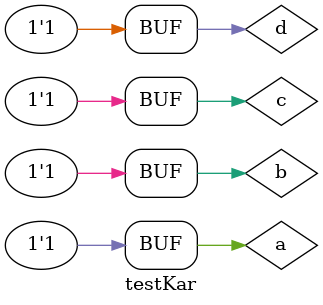
<source format=v>


module Kar (s,a,b,c,d);
output s;
input a,b,c,d;
wire s1,s2,s3,s4,s5,s6,s7,s8;

and AND1 (s1,~a,~b,~c,d);
and AND2 (s2,~a,~b,c,~d);
and AND3 (s3,~a,b,~c,~d);
and AND4 (s4,a,~b,~c,~d);
and AND5 (s5,a,~b,c,d);
and AND6 (s6,a,b,~c,d);
and AND7 (s7,~a,b,c,d);
and AND8 (s8,a,b,c,~d);

or OR1 (s,s1,s2,s3,s4,s5,s6,s7,s8); 


endmodule 

module testKar;

wire s;
reg a,b,c,d;

Kar KN (s,a,b,c,d);

 initial begin
      $display("a  b   c   d  s");
      $monitor("%b  %b   %b   %b  %b", a, b, c, d, s);
  
	     a=0; b=0; c=0; d=0;  
    #1  a=0; b=0; c=0; d=1;
    #1  a=0; b=0; c=1; d=0;
    #1  a=0; b=0; c=1; d=1;
    #1  a=0; b=1; c=0; d=0;
 	 #1  a=0; b=1; c=0; d=1;
    #1  a=0; b=1; c=1; d=0;
    #1  a=0; b=1; c=1; d=1;
    #1  a=1; b=0; c=0; d=0;
    #1  a=1; b=0; c=0; d=1;
    #1  a=1; b=0; c=1; d=0;
    #1  a=1; b=0; c=1; d=1;
    #1  a=1; b=1; c=0; d=0;
    #1  a=1; b=1; c=0; d=1;
    #1  a=1; b=1; c=1; d=0;
    #1  a=1; b=1; c=1; d=1;


        
    end
    endmodule
</source>
